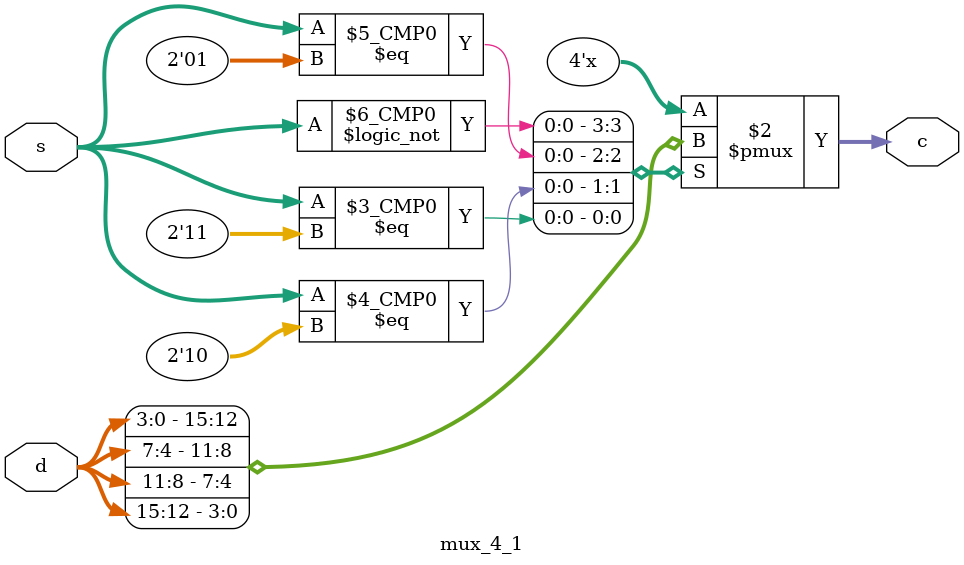
<source format=v>
`timescale 1ns / 1ps


module mux_4_1(
    input [1:0] s,
    input [15:0] d,
    output reg [3:0] c
    );
    always @(*) begin
        case (s)
            2'b00: c<=d[3:0];
            2'b01: c<=d[7:4];
            2'b10: c<=d[11:8];
            2'b11: c<=d[15:12];
        endcase
    end
endmodule

</source>
